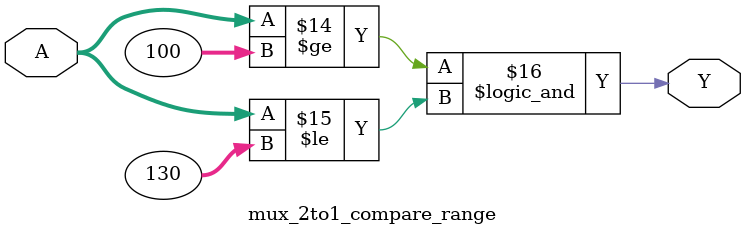
<source format=v>

module mux_2to1_compare_range
(
  input [7:0] A,
  output Y
);

  reg [7:0] values [3:0];
  reg Y;

  initial begin
    values[0] = 100;
    values[1] = 110;
    values[2] = 120;
    values[3] = 130;
    Y = (A >= 100) && (A <= 130);
  end


endmodule

</source>
